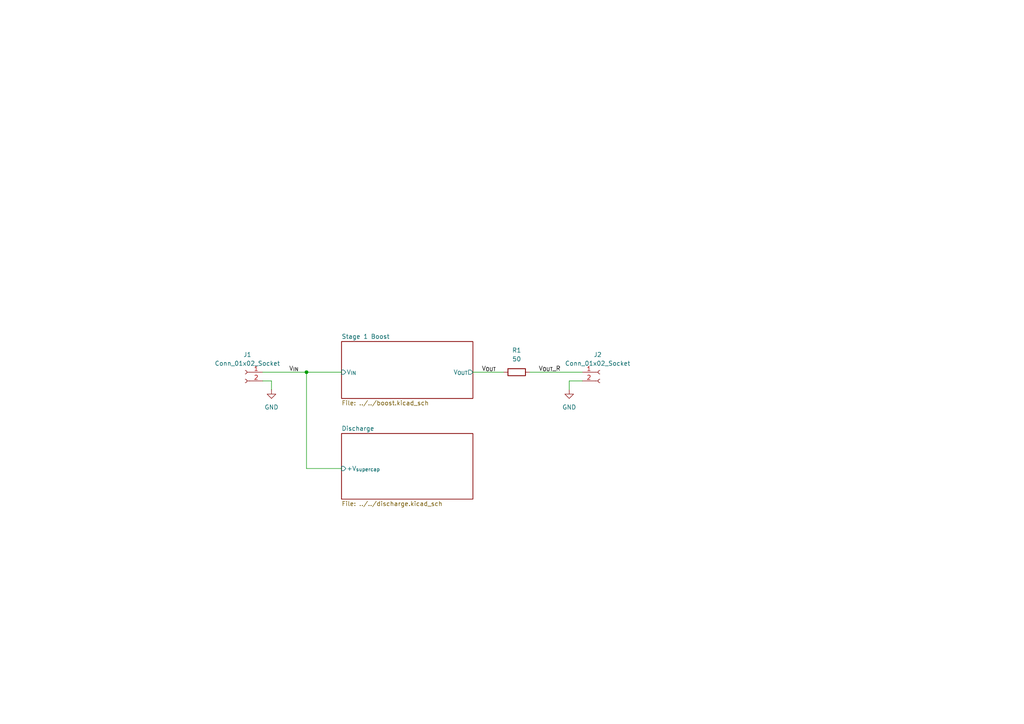
<source format=kicad_sch>
(kicad_sch (version 20250114) (generator "eeschema") (generator_version "9.0")
  (paper "A4")
  (lib_symbols
    (symbol "Connector:Conn_01x02_Socket" (pin_names (offset 1.016) (hide yes))
      (property "Reference" "J" (at 0 2.54 0))
      (property "Value" "Conn_01x02_Socket" (at 0 -5.08 0))
      (symbol "Conn_01x02_Socket_1_1"
        (polyline (pts (xy -1.27 0) (xy -0.508 0)) (stroke (width 0.1524)))
        (polyline (pts (xy -1.27 -2.54) (xy -0.508 -2.54)) (stroke (width 0.1524)))
        (arc (start 0 -0.508) (mid -0.5058 0) (end 0 0.508) (stroke (width 0.1524)))
        (arc (start 0 -3.048) (mid -0.5058 -2.54) (end 0 -2.032) (stroke (width 0.1524)))
        (pin passive line (at -5.08 0 0) (length 3.81) (name "Pin_1") (number "1"))
        (pin passive line (at -5.08 -2.54 0) (length 3.81) (name "Pin_2") (number "2"))
      )
    )
    (symbol "Device:R" (pin_numbers (hide yes)) (pin_names (offset 0))
      (property "Reference" "R" (at 2.032 0 90))
      (property "Value" "R" (at 0 0 90))
      (symbol "R_0_1"
        (rectangle (start -1.016 -2.54) (end 1.016 2.54) (stroke (width 0.254)))
      )
      (symbol "R_1_1"
        (pin passive line (at 0 3.81 270) (length 1.27) (name "~") (number "1"))
        (pin passive line (at 0 -3.81 90) (length 1.27) (name "~") (number "2"))
      )
    )
    (symbol "power:GND" (power) (pin_numbers (hide yes)) (pin_names (offset 0) (hide yes))
      (property "Value" "GND" (at 0 -3.81 0))
      (symbol "GND_0_1"
        (polyline (pts (xy 0 0) (xy 0 -1.27) (xy 1.27 -1.27) (xy 0 -2.54) (xy -1.27 -1.27) (xy 0 -1.27)))
      )
      (symbol "GND_1_1"
        (pin power_in line (at 0 0 270) (length 0) (name "~") (number "1"))
      )
    )
  )
  (junction (at 88.9 107.95))
  (wire (pts (xy 137.16 107.95) (xy 146.05 107.95)))
  (wire (pts (xy 168.91 110.49) (xy 165.1 110.49)))
  (wire (pts (xy 165.1 110.49) (xy 165.1 113.03)))
  (wire (pts (xy 76.2 110.49) (xy 78.74 110.49)))
  (wire (pts (xy 88.9 107.95) (xy 88.9 135.89)))
  (wire (pts (xy 88.9 135.89) (xy 99.06 135.89)))
  (wire (pts (xy 153.67 107.95) (xy 168.91 107.95)))
  (wire (pts (xy 88.9 107.95) (xy 99.06 107.95)))
  (wire (pts (xy 76.2 107.95) (xy 88.9 107.95)))
  (wire (pts (xy 78.74 110.49) (xy 78.74 113.03)))
  (label "V_{IN}" (at 83.82 107.95 0))
  (label "V_{OUT}_R" (at 156.21 107.95 0))
  (label "V_{OUT}" (at 139.7 107.95 0))
  (symbol (lib_id "Connector:Conn_01x02_Socket") (at 173.99 107.95 0) (unit 1)
    (property "Reference" "J2" (at 173.355 102.87 0))
    (property "Value" "Conn_01x02_Socket" (at 173.355 105.41 0))
    (property "Footprint" "Connector:Banana_Jack_2Pin" (effects (hide yes)))
    (property "Description" "Generic connector, single row, 01x02, script generated" (effects (hide yes)))
  )
  (symbol (lib_id "Device:R") (at 149.86 107.95 90) (unit 1)
    (property "Reference" "R1" (at 149.86 101.6 90))
    (property "Value" "50" (at 149.86 104.14 90))
    (property "Footprint" "Resistor_SMD:R_0603_1608Metric_Pad0.98x0.95mm_HandSolder" (effects (hide yes)))
    (property "Description" "Resistor" (effects (hide yes)))
  )
  (symbol (lib_id "power:GND") (at 78.74 113.03 0) (unit 1)
    (property "Reference" "#PWR01" (effects (hide yes)))
    (property "Value" "GND" (at 78.74 118.11 0))
    (property "Description" "Power symbol creates a global label with name \"GND\" , ground" (effects (hide yes)))
  )
  (symbol (lib_id "power:GND") (at 165.1 113.03 0) (mirror y) (unit 1)
    (property "Reference" "#PWR02" (effects (hide yes)))
    (property "Value" "GND" (at 165.1 118.11 0))
    (property "Description" "Power symbol creates a global label with name \"GND\" , ground" (effects (hide yes)))
  )
  (symbol (lib_id "Connector:Conn_01x02_Socket") (at 71.12 107.95 0) (mirror y) (unit 1)
    (property "Reference" "J1" (at 71.755 102.87 0))
    (property "Value" "Conn_01x02_Socket" (at 71.755 105.41 0))
    (property "Footprint" "Connector:Banana_Jack_2Pin" (effects (hide yes)))
    (property "Description" "Generic connector, single row, 01x02, script generated" (effects (hide yes)))
  )
  (sheet (at 99.06 99.06) (size 38.1 16.51) (stroke (width 0.1524))
    (property "Sheetname" "Stage 1 Boost" (at 99.06 98.3484 0) (effects (justify left bottom)))
    (property "Sheetfile" "../../boost.kicad_sch" (at 99.06 116.1546 0) (effects (justify left top)))
    (pin "V_{OUT}" output (at 137.16 107.95 0))
    (pin "V_{IN}" input (at 99.06 107.95 180))
  )
  (sheet (at 99.06 125.73) (size 38.1 19.05) (stroke (width 0.1524))
    (property "Sheetname" "Discharge" (at 99.06 125.0184 0) (effects (justify left bottom)))
    (property "Sheetfile" "../../discharge.kicad_sch" (at 99.06 145.3646 0) (effects (justify left top)))
    (pin "+V_{supercap}" input (at 99.06 135.89 180))
  )
)
</source>
